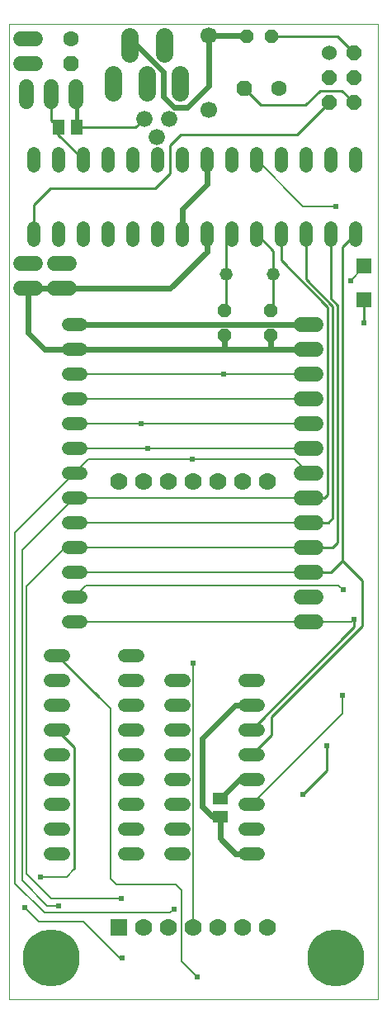
<source format=gtl>
G75*
G70*
%OFA0B0*%
%FSLAX24Y24*%
%IPPOS*%
%LPD*%
%AMOC8*
5,1,8,0,0,1.08239X$1,22.5*
%
%ADD10C,0.0000*%
%ADD11C,0.0669*%
%ADD12C,0.0705*%
%ADD13OC8,0.0520*%
%ADD14OC8,0.0630*%
%ADD15C,0.0630*%
%ADD16R,0.0700X0.0700*%
%ADD17C,0.0700*%
%ADD18C,0.0660*%
%ADD19C,0.0520*%
%ADD20C,0.0520*%
%ADD21R,0.0591X0.0512*%
%ADD22C,0.0600*%
%ADD23OC8,0.0600*%
%ADD24R,0.0512X0.0591*%
%ADD25C,0.0600*%
%ADD26C,0.2300*%
%ADD27R,0.0591X0.0591*%
%ADD28C,0.0240*%
%ADD29C,0.0100*%
%ADD30C,0.0240*%
%ADD31C,0.0079*%
%ADD32C,0.0160*%
D10*
X003621Y000711D02*
X003621Y040081D01*
X018503Y040081D01*
X018503Y000711D01*
X003621Y000711D01*
D11*
X011688Y036617D03*
X011688Y039617D03*
D12*
X010519Y038048D02*
X010519Y037343D01*
X009869Y038893D02*
X009869Y039598D01*
X009169Y038048D02*
X009169Y037343D01*
X008469Y038893D02*
X008469Y039598D01*
X007819Y038048D02*
X007819Y037343D01*
D13*
X012330Y028518D03*
X012330Y027518D03*
X014173Y027518D03*
X014173Y028518D03*
X014228Y039577D03*
X013228Y039577D03*
D14*
X013106Y037483D03*
X006102Y038479D03*
D15*
X006102Y039479D03*
X014506Y037483D03*
D16*
X008062Y003640D03*
D17*
X009062Y003640D03*
X010062Y003640D03*
X011062Y003640D03*
X012062Y003640D03*
X013062Y003640D03*
X014062Y003640D03*
X014062Y021640D03*
X013062Y021640D03*
X012062Y021640D03*
X011062Y021640D03*
X010062Y021640D03*
X009062Y021640D03*
X008062Y021640D03*
D18*
X009566Y035512D03*
X010066Y036262D03*
X009066Y036262D03*
D19*
X008602Y034873D02*
X008602Y034353D01*
X009602Y034353D02*
X009602Y034873D01*
X010602Y034873D02*
X010602Y034353D01*
X011602Y034353D02*
X011602Y034873D01*
X012602Y034873D02*
X012602Y034353D01*
X013602Y034353D02*
X013602Y034873D01*
X014602Y034873D02*
X014602Y034353D01*
X015602Y034353D02*
X015602Y034873D01*
X016602Y034873D02*
X016602Y034353D01*
X017602Y034353D02*
X017602Y034873D01*
X017602Y031873D02*
X017602Y031353D01*
X016602Y031353D02*
X016602Y031873D01*
X015602Y031873D02*
X015602Y031353D01*
X014602Y031353D02*
X014602Y031873D01*
X013602Y031873D02*
X013602Y031353D01*
X012602Y031353D02*
X012602Y031873D01*
X011602Y031873D02*
X011602Y031353D01*
X010602Y031353D02*
X010602Y031873D01*
X009602Y031873D02*
X009602Y031353D01*
X008602Y031353D02*
X008602Y031873D01*
X007602Y031873D02*
X007602Y031353D01*
X006602Y031353D02*
X006602Y031873D01*
X005602Y031873D02*
X005602Y031353D01*
X004602Y031353D02*
X004602Y031873D01*
X004602Y034353D02*
X004602Y034873D01*
X005602Y034873D02*
X005602Y034353D01*
X006602Y034353D02*
X006602Y034873D01*
X007602Y034873D02*
X007602Y034353D01*
X006519Y027971D02*
X005999Y027971D01*
X005999Y026971D02*
X006519Y026971D01*
X006519Y025971D02*
X005999Y025971D01*
X005999Y024971D02*
X006519Y024971D01*
X006519Y023971D02*
X005999Y023971D01*
X005999Y022971D02*
X006519Y022971D01*
X006519Y021971D02*
X005999Y021971D01*
X005999Y020971D02*
X006519Y020971D01*
X006519Y019971D02*
X005999Y019971D01*
X005999Y018971D02*
X006519Y018971D01*
X006519Y017971D02*
X005999Y017971D01*
X005999Y016971D02*
X006519Y016971D01*
X006519Y015971D02*
X005999Y015971D01*
X005814Y014609D02*
X005294Y014609D01*
X005294Y013609D02*
X005814Y013609D01*
X005814Y012609D02*
X005294Y012609D01*
X005294Y011609D02*
X005814Y011609D01*
X005814Y010609D02*
X005294Y010609D01*
X005294Y009609D02*
X005814Y009609D01*
X005814Y008609D02*
X005294Y008609D01*
X005294Y007609D02*
X005814Y007609D01*
X005814Y006609D02*
X005294Y006609D01*
X008294Y006609D02*
X008814Y006609D01*
X008814Y007609D02*
X008294Y007609D01*
X008294Y008609D02*
X008814Y008609D01*
X008814Y009609D02*
X008294Y009609D01*
X008294Y010609D02*
X008814Y010609D01*
X008814Y011609D02*
X008294Y011609D01*
X008294Y012609D02*
X008814Y012609D01*
X008814Y013609D02*
X008294Y013609D01*
X008294Y014609D02*
X008814Y014609D01*
X010161Y013609D02*
X010681Y013609D01*
X010681Y012609D02*
X010161Y012609D01*
X010161Y011609D02*
X010681Y011609D01*
X010681Y010609D02*
X010161Y010609D01*
X010161Y009609D02*
X010681Y009609D01*
X010681Y008609D02*
X010161Y008609D01*
X010161Y007609D02*
X010681Y007609D01*
X010681Y006609D02*
X010161Y006609D01*
X013161Y006609D02*
X013681Y006609D01*
X013681Y007609D02*
X013161Y007609D01*
X013161Y008609D02*
X013681Y008609D01*
X013681Y009609D02*
X013161Y009609D01*
X013161Y010609D02*
X013681Y010609D01*
X013681Y011609D02*
X013161Y011609D01*
X013161Y012609D02*
X013681Y012609D01*
X013681Y013609D02*
X013161Y013609D01*
D20*
X012380Y030006D03*
X014280Y030006D03*
D21*
X012141Y008825D03*
X012141Y008077D03*
D22*
X016543Y038920D03*
D23*
X016543Y037920D03*
X016543Y036920D03*
X017543Y036920D03*
X017543Y037920D03*
X017543Y038920D03*
D24*
X006350Y035912D03*
X005602Y035912D03*
D25*
X005314Y036946D02*
X005314Y037546D01*
X004669Y038479D02*
X004069Y038479D01*
X004314Y037546D02*
X004314Y036946D01*
X004069Y039479D02*
X004669Y039479D01*
X006314Y037546D02*
X006314Y036946D01*
X006047Y030424D02*
X005447Y030424D01*
X005447Y029424D02*
X006047Y029424D01*
X004669Y029424D02*
X004069Y029424D01*
X004069Y030424D02*
X004669Y030424D01*
X015408Y027971D02*
X016008Y027971D01*
X016008Y026971D02*
X015408Y026971D01*
X015408Y025971D02*
X016008Y025971D01*
X016008Y024971D02*
X015408Y024971D01*
X015408Y023971D02*
X016008Y023971D01*
X016008Y022971D02*
X015408Y022971D01*
X015408Y021971D02*
X016008Y021971D01*
X016008Y020971D02*
X015408Y020971D01*
X015408Y019971D02*
X016008Y019971D01*
X016008Y018971D02*
X015408Y018971D01*
X015408Y017971D02*
X016008Y017971D01*
X016008Y016971D02*
X015408Y016971D01*
X015408Y015971D02*
X016008Y015971D01*
D26*
X016810Y002404D03*
X005314Y002404D03*
D27*
X017952Y028959D03*
X017952Y030337D03*
D28*
X015708Y027971D02*
X010708Y027971D01*
X006259Y027971D01*
X006259Y026971D02*
X005039Y026971D01*
X004369Y027640D01*
X004369Y029424D01*
X005747Y029424D01*
X010129Y029424D01*
X011602Y030896D01*
X011602Y031613D01*
X010602Y031613D02*
X010602Y032613D01*
X011602Y033613D01*
X011602Y034613D01*
X010826Y036735D02*
X011692Y037601D01*
X011692Y038073D01*
X011688Y038077D01*
X011688Y039617D01*
X013188Y039617D01*
X013228Y039577D01*
X010826Y036735D02*
X010275Y036735D01*
X009842Y037168D01*
X009842Y038152D01*
X008748Y039246D01*
X008469Y039246D01*
X012330Y027518D02*
X012330Y026979D01*
X012322Y026971D01*
X014212Y026971D01*
X014173Y027010D01*
X014173Y027518D01*
X014212Y026971D02*
X015708Y026971D01*
X012322Y026971D02*
X010393Y026971D01*
X008425Y026971D01*
X006259Y026971D01*
X012763Y012609D02*
X013421Y012609D01*
X012763Y012609D02*
X011417Y011262D01*
X011417Y008506D01*
X011846Y008077D01*
X012141Y008077D01*
X012141Y007231D01*
X012763Y006609D01*
X013421Y006609D01*
X012141Y008825D02*
X012925Y009609D01*
X013421Y009609D01*
D29*
X013421Y010609D02*
X014212Y011400D01*
X014212Y012128D01*
X017873Y015790D01*
X017873Y017640D01*
X017086Y018428D01*
X017086Y031097D01*
X017602Y031613D01*
X016602Y031613D02*
X016602Y029030D01*
X016889Y028742D01*
X016889Y019176D01*
X016684Y018971D01*
X015708Y018971D01*
X015708Y019971D02*
X016503Y019971D01*
X016692Y020160D01*
X016692Y028703D01*
X015602Y029794D01*
X015602Y031613D01*
X014602Y031613D02*
X014602Y030557D01*
X016495Y028664D01*
X016495Y021105D01*
X016362Y020971D01*
X015708Y020971D01*
X017086Y018428D02*
X016629Y017971D01*
X015708Y017971D01*
X017558Y016065D02*
X017558Y015746D01*
X013421Y011609D01*
X015472Y008979D02*
X016456Y009963D01*
X016456Y010947D01*
X017952Y028034D02*
X017952Y028959D01*
X015255Y035632D02*
X010551Y035632D01*
X010117Y035199D01*
X010117Y034057D01*
X009527Y033467D01*
X005275Y033467D01*
X004602Y032794D01*
X004602Y031613D01*
X006602Y034613D02*
X005590Y035624D01*
X005590Y035900D01*
X005602Y035912D01*
X005314Y036199D01*
X005314Y037246D01*
X006350Y035912D02*
X008716Y035912D01*
X009066Y036262D01*
X012602Y031613D02*
X012380Y031391D01*
X012380Y030006D01*
X012380Y028568D01*
X012330Y028518D01*
X014280Y030934D02*
X013602Y031613D01*
X014280Y030934D02*
X014280Y030006D01*
X014280Y028626D01*
X014173Y028518D01*
X015255Y035632D02*
X016543Y036920D01*
X016180Y037404D02*
X017058Y037404D01*
X017543Y036920D01*
X017543Y038920D02*
X016885Y039577D01*
X014228Y039577D01*
X013106Y037483D02*
X013776Y036813D01*
X015590Y036813D01*
X016180Y037404D01*
X005554Y014609D02*
X007243Y012920D01*
X005554Y011609D02*
X006259Y010904D01*
X006259Y005987D01*
D30*
X005629Y004491D03*
X004881Y005672D03*
X004251Y004412D03*
X008149Y004805D03*
X008188Y002404D03*
X010275Y004372D03*
X011220Y001617D03*
X015472Y008979D03*
X016456Y010947D03*
X017086Y012994D03*
X017558Y016065D03*
X017125Y017246D03*
X012283Y025971D03*
X010708Y027971D03*
X010393Y026971D03*
X008936Y023971D03*
X009212Y022971D03*
X011023Y022522D03*
X008425Y026971D03*
X011062Y014294D03*
X017952Y028034D03*
X017401Y029727D03*
X016810Y032719D03*
D31*
X015495Y032719D01*
X013602Y034613D01*
X017952Y030278D02*
X017401Y029727D01*
X017952Y030278D02*
X017952Y030337D01*
X015708Y025971D02*
X012283Y025971D01*
X012086Y025971D01*
X006259Y025971D01*
X006259Y024971D02*
X015708Y024971D01*
X015708Y023971D02*
X009133Y023971D01*
X008936Y023971D01*
X006259Y023971D01*
X006259Y022971D02*
X009212Y022971D01*
X015708Y022971D01*
X015157Y022522D02*
X015708Y021971D01*
X015157Y022522D02*
X011023Y022522D01*
X006810Y022522D01*
X006259Y021971D01*
X003858Y019569D01*
X003858Y005396D01*
X005039Y004215D01*
X010117Y004215D01*
X010275Y004372D01*
X010590Y005120D02*
X010590Y002246D01*
X011220Y001617D01*
X011062Y003640D02*
X011062Y014294D01*
X013421Y008609D02*
X017086Y012274D01*
X017086Y012994D01*
X017464Y015971D02*
X015708Y015971D01*
X006259Y015971D01*
X006259Y016971D02*
X006732Y017443D01*
X016928Y017443D01*
X017125Y017246D01*
X017558Y016065D02*
X017464Y015971D01*
X015708Y017971D02*
X006259Y017971D01*
X006259Y018971D02*
X005897Y018971D01*
X004330Y017404D01*
X004330Y005790D01*
X005314Y004805D01*
X008149Y004805D01*
X007952Y005357D02*
X010354Y005357D01*
X010590Y005120D01*
X012141Y007888D02*
X012141Y008077D01*
X008188Y002404D02*
X008070Y002404D01*
X006614Y003861D01*
X004802Y003861D01*
X004251Y004412D01*
X005157Y004491D02*
X004133Y005514D01*
X004133Y018845D01*
X006259Y020971D01*
X015708Y020971D01*
X015708Y019971D02*
X006259Y019971D01*
X006259Y018971D02*
X015708Y018971D01*
X007716Y005593D02*
X007952Y005357D01*
X007716Y005593D02*
X007716Y012447D01*
X007243Y012920D01*
X006259Y005987D02*
X005944Y005672D01*
X004881Y005672D01*
X005157Y004491D02*
X005629Y004491D01*
D32*
X006350Y035912D02*
X006350Y037211D01*
X006314Y037246D01*
M02*

</source>
